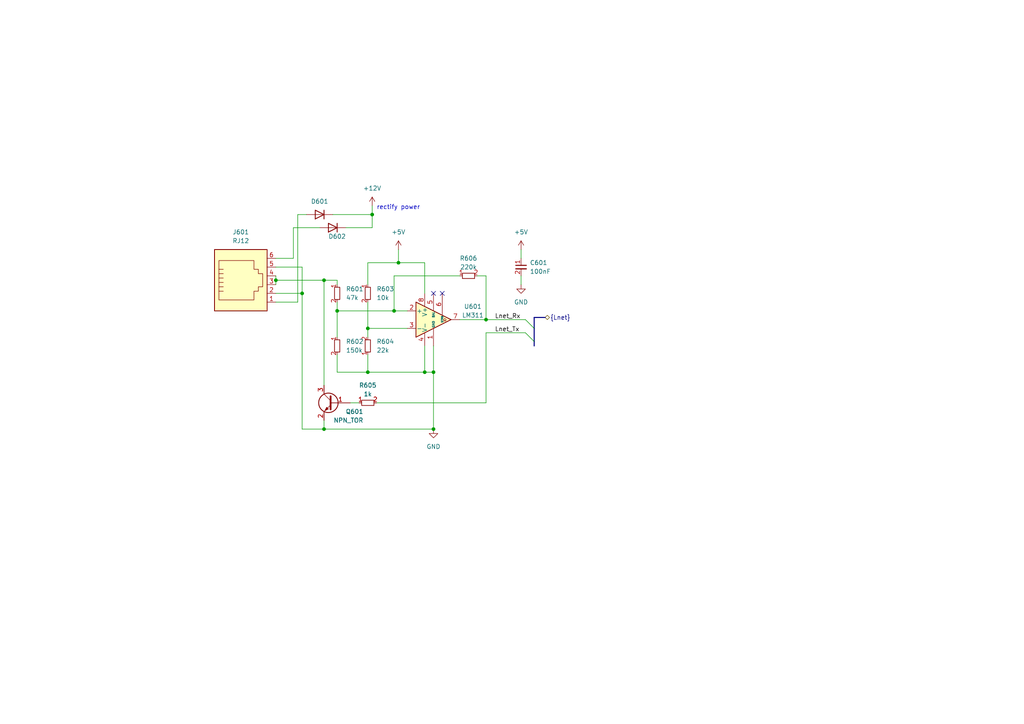
<source format=kicad_sch>
(kicad_sch (version 20231120) (generator "eeschema") (generator_version "8.0")
  (paper "A4")
  (lib_symbols
    (symbol "Comparator:LM311" (pin_names (offset 0.127))
      (property "Reference" "U" (at 3.81 6.35 0))
      (property "Value" "LM311" (at 3.81 3.81 0))
      (symbol "LM311_0_1"
        (polyline (pts (xy 5.08 0) (xy -5.08 5.08) (xy -5.08 -5.08) (xy 5.08 0)) (stroke (width 0.254)) (fill (type background)))
        (polyline (pts (xy 3.683 -0.381) (xy 3.302 -0.381) (xy 3.683 0) (xy 3.302 0.381) (xy 2.921 0) (xy 3.302 -0.381) (xy 2.921 -0.381)) (stroke (width 0.127)))
      )
      (symbol "LM311_1_1"
        (pin passive line (at 0 -7.62 90) (length 5.08) (name "GND") (number "1"))
        (pin input line (at -7.62 2.54 0) (length 2.54) (name "+") (number "2"))
        (pin input line (at -7.62 -2.54 0) (length 2.54) (name "-") (number "3"))
        (pin power_in line (at -2.54 -7.62 90) (length 3.81) (name "V-") (number "4"))
        (pin input line (at 0 7.62 270) (length 5.08) (name "BAL") (number "5"))
        (pin input line (at 2.54 7.62 270) (length 6.35) (name "STRB") (number "6"))
        (pin open_collector line (at 7.62 0 180) (length 2.54) (name "~") (number "7"))
        (pin power_in line (at -2.54 7.62 270) (length 3.81) (name "V+") (number "8"))
      )
    )
    (symbol "Diode:SM4007" (pin_numbers hide) (pin_names hide)
      (property "Reference" "D" (at 0 2.54 0))
      (property "Value" "SM4007" (at 0 -2.54 0))
      (symbol "SM4007_0_1"
        (polyline (pts (xy -1.27 1.27) (xy -1.27 -1.27)) (stroke (width 0.254)))
        (polyline (pts (xy 1.27 0) (xy -1.27 0)))
        (polyline (pts (xy 1.27 1.27) (xy 1.27 -1.27) (xy -1.27 0) (xy 1.27 1.27)) (stroke (width 0.254)))
      )
      (symbol "SM4007_1_1"
        (pin passive line (at -3.81 0 0) (length 2.54) (name "K") (number "1"))
        (pin passive line (at 3.81 0 180) (length 2.54) (name "A") (number "2"))
      )
    )
    (symbol "capacitor_miscellaneous:C_0402_100nF"
      (property "Reference" "U" (at 1.27 2.54 0))
      (property "Value" "100nF" (at 3.81 -2.54 0))
      (property "JLCPCB Part#" "C307331" (at 0 0 0))
      (symbol "C_0402_100nF_0_1"
        (polyline (pts (xy -1.524 -0.508) (xy 1.524 -0.508)) (stroke (width 0.3302)))
        (polyline (pts (xy -1.524 0.508) (xy 1.524 0.508)) (stroke (width 0.3048)))
      )
      (symbol "C_0402_100nF_1_1"
        (pin passive line (at 0 2.54 270) (length 2.032) (name "~") (number "1"))
        (pin passive line (at 0 -2.54 90) (length 2.032) (name "~") (number "2"))
      )
    )
    (symbol "custom_kicad_lib_sk:NPN_TOR" (pin_names (offset 0) hide)
      (property "Reference" "Q" (at 5.08 1.905 0))
      (property "Value" "NPN_TOR" (at 5.08 0 0))
      (symbol "NPN_TOR_0_1"
        (polyline (pts (xy 0.635 0.635) (xy 2.54 2.54)))
        (polyline (pts (xy 0.635 -0.635) (xy 2.54 -2.54) (xy 2.54 -2.54)))
        (polyline (pts (xy 0.635 1.905) (xy 0.635 -1.905) (xy 0.635 -1.905)) (stroke (width 0.508)))
        (polyline (pts (xy 1.27 -1.778) (xy 1.778 -1.27) (xy 2.286 -2.286) (xy 1.27 -1.778) (xy 1.27 -1.778)) (fill (type outline)))
        (circle (center 1.27 0) (radius 2.8194) (stroke (width 0.254)))
      )
      (symbol "NPN_TOR_1_1"
        (pin input line (at -5.08 0 0) (length 5.715) (name "B") (number "1"))
        (pin passive line (at 2.54 -5.08 90) (length 2.54) (name "E") (number "2"))
        (pin passive line (at 2.54 5.08 270) (length 2.54) (name "C") (number "3"))
      )
    )
    (symbol "custom_kicad_lib_sk:RJ12" (pin_names (offset 1.016))
      (property "Reference" "J" (at -5.08 11.43 0))
      (property "Value" "RJ12" (at 2.54 11.43 0))
      (symbol "RJ12_0_1"
        (polyline (pts (xy -6.35 -1.905) (xy -5.08 -1.905) (xy -5.08 -1.905)))
        (polyline (pts (xy -6.35 -0.635) (xy -5.08 -0.635) (xy -5.08 -0.635)))
        (polyline (pts (xy -6.35 0.635) (xy -5.08 0.635) (xy -5.08 0.635)))
        (polyline (pts (xy -6.35 1.905) (xy -5.08 1.905) (xy -5.08 1.905)))
        (polyline (pts (xy -6.35 3.175) (xy -5.08 3.175) (xy -5.08 3.175)))
        (polyline (pts (xy -5.08 4.445) (xy -6.35 4.445) (xy -6.35 4.445)))
        (polyline (pts (xy -6.35 -4.445) (xy -6.35 6.985) (xy 3.81 6.985) (xy 3.81 4.445) (xy 5.08 4.445) (xy 5.08 3.175) (xy 6.35 3.175) (xy 6.35 -0.635) (xy 5.08 -0.635) (xy 5.08 -1.905) (xy 3.81 -1.905) (xy 3.81 -4.445) (xy -6.35 -4.445) (xy -6.35 -4.445)))
        (rectangle (start 7.62 10.16) (end -7.62 -7.62) (stroke (width 0.254)) (fill (type background)))
      )
      (symbol "RJ12_1_1"
        (pin passive line (at 10.16 -5.08 180) (length 2.54) (name "~") (number "1"))
        (pin passive line (at 10.16 -2.54 180) (length 2.54) (name "~") (number "2"))
        (pin passive line (at 10.16 0 180) (length 2.54) (name "~") (number "3"))
        (pin passive line (at 10.16 2.54 180) (length 2.54) (name "~") (number "4"))
        (pin passive line (at 10.16 5.08 180) (length 2.54) (name "~") (number "5"))
        (pin passive line (at 10.16 7.62 180) (length 2.54) (name "~") (number "6"))
      )
    )
    (symbol "power:+12V" (power) (pin_names (offset 0))
      (property "Value" "+12V" (at 0 3.556 0))
      (symbol "+12V_0_1"
        (polyline (pts (xy -0.762 1.27) (xy 0 2.54)))
        (polyline (pts (xy 0 0) (xy 0 2.54)))
        (polyline (pts (xy 0 2.54) (xy 0.762 1.27)))
      )
      (symbol "+12V_1_1"
        (pin power_in line (at 0 0 90) (length 0) hide (name "+12V") (number "1"))
      )
    )
    (symbol "power:+5V" (power) (pin_names (offset 0))
      (property "Value" "+5V" (at 0 3.556 0))
      (symbol "+5V_0_1"
        (polyline (pts (xy -0.762 1.27) (xy 0 2.54)))
        (polyline (pts (xy 0 0) (xy 0 2.54)))
        (polyline (pts (xy 0 2.54) (xy 0.762 1.27)))
      )
      (symbol "+5V_1_1"
        (pin power_in line (at 0 0 90) (length 0) hide (name "+5V") (number "1"))
      )
    )
    (symbol "power:GND" (power) (pin_names (offset 0))
      (property "Value" "GND" (at 0 -3.81 0))
      (symbol "GND_0_1"
        (polyline (pts (xy 0 0) (xy 0 -1.27) (xy 1.27 -1.27) (xy 0 -2.54) (xy -1.27 -1.27) (xy 0 -1.27)))
      )
      (symbol "GND_1_1"
        (pin power_in line (at 0 0 270) (length 0) hide (name "GND") (number "1"))
      )
    )
    (symbol "resistors_0603:R_10k_0603"
      (property "Reference" "R" (at 1.27 2.54 0))
      (property "Value" "10k" (at 2.54 -2.54 0))
      (symbol "R_10k_0603_0_1"
        (rectangle (start -0.762 1.778) (end 0.762 -1.778) (stroke (width 0.2032)))
      )
      (symbol "R_10k_0603_1_1"
        (pin passive line (at 0 2.54 270) (length 0.762) (name "~") (number "1"))
        (pin passive line (at 0 -2.54 90) (length 0.762) (name "~") (number "2"))
      )
    )
    (symbol "resistors_0603:R_150k_0603"
      (property "Reference" "R" (at 1.27 2.54 0))
      (property "Value" "150k" (at 2.54 -2.54 0))
      (symbol "R_150k_0603_0_1"
        (rectangle (start -0.762 1.778) (end 0.762 -1.778) (stroke (width 0.2032)))
      )
      (symbol "R_150k_0603_1_1"
        (pin passive line (at 0 2.54 270) (length 0.762) (name "~") (number "1"))
        (pin passive line (at 0 -2.54 90) (length 0.762) (name "~") (number "2"))
      )
    )
    (symbol "resistors_0603:R_1k_0603"
      (property "Reference" "R" (at 1.27 2.54 0))
      (property "Value" "1k" (at 2.54 -2.54 0))
      (symbol "R_1k_0603_0_1"
        (rectangle (start -0.762 1.778) (end 0.762 -1.778) (stroke (width 0.2032)))
      )
      (symbol "R_1k_0603_1_1"
        (pin passive line (at 0 2.54 270) (length 0.762) (name "~") (number "1"))
        (pin passive line (at 0 -2.54 90) (length 0.762) (name "~") (number "2"))
      )
    )
    (symbol "resistors_0603:R_220k_0603"
      (property "Reference" "R" (at 1.27 2.54 0))
      (property "Value" "220k" (at 2.54 -2.54 0))
      (symbol "R_220k_0603_0_1"
        (rectangle (start -0.762 1.778) (end 0.762 -1.778) (stroke (width 0.2032)))
      )
      (symbol "R_220k_0603_1_1"
        (pin passive line (at 0 2.54 270) (length 0.762) (name "~") (number "1"))
        (pin passive line (at 0 -2.54 90) (length 0.762) (name "~") (number "2"))
      )
    )
    (symbol "resistors_0603:R_22k_0603"
      (property "Reference" "R" (at 1.27 2.54 0))
      (property "Value" "22k" (at 2.54 -2.54 0))
      (symbol "R_22k_0603_0_1"
        (rectangle (start -0.762 1.778) (end 0.762 -1.778) (stroke (width 0.2032)))
      )
      (symbol "R_22k_0603_1_1"
        (pin passive line (at 0 2.54 270) (length 0.762) (name "~") (number "1"))
        (pin passive line (at 0 -2.54 90) (length 0.762) (name "~") (number "2"))
      )
    )
    (symbol "resistors_0603:R_47k_0603"
      (property "Reference" "R" (at 1.27 2.54 0))
      (property "Value" "47k" (at 2.54 -2.54 0))
      (symbol "R_47k_0603_0_1"
        (rectangle (start -0.762 1.778) (end 0.762 -1.778) (stroke (width 0.2032)))
      )
      (symbol "R_47k_0603_1_1"
        (pin passive line (at 0 2.54 270) (length 0.762) (name "~") (number "1"))
        (pin passive line (at 0 -2.54 90) (length 0.762) (name "~") (number "2"))
      )
    )
  )
  (junction (at 87.63 85.09))
  (junction (at 123.19 107.95))
  (junction (at 115.57 76.2))
  (junction (at 93.98 81.28))
  (junction (at 114.3 90.17))
  (junction (at 140.97 92.71))
  (junction (at 107.95 62.23))
  (junction (at 106.68 107.95))
  (junction (at 125.73 124.46))
  (junction (at 106.68 95.25))
  (junction (at 125.73 107.95))
  (junction (at 80.01 81.28))
  (junction (at 97.79 90.17))
  (junction (at 93.98 124.46))
  (no_connect (at 128.27 85.09))
  (no_connect (at 125.73 85.09))
  (bus_entry (at 152.4 96.52) (size 2.54 2.54))
  (bus_entry (at 152.4 92.71) (size 2.54 2.54))
  (wire (pts (xy 125.73 107.95) (xy 125.73 124.46)))
  (bus (pts (xy 154.94 95.25) (xy 154.94 99.06)))
  (wire (pts (xy 97.79 107.95) (xy 106.68 107.95)))
  (wire (pts (xy 97.79 90.17) (xy 114.3 90.17)))
  (wire (pts (xy 87.63 85.09) (xy 87.63 77.47)))
  (wire (pts (xy 106.68 95.25) (xy 106.68 97.79)))
  (wire (pts (xy 106.68 107.95) (xy 123.19 107.95)))
  (wire (pts (xy 140.97 80.01) (xy 138.43 80.01)))
  (wire (pts (xy 106.68 76.2) (xy 106.68 82.55)))
  (wire (pts (xy 109.22 116.84) (xy 140.97 116.84)))
  (wire (pts (xy 123.19 85.09) (xy 123.19 76.2)))
  (wire (pts (xy 118.11 90.17) (xy 114.3 90.17)))
  (wire (pts (xy 93.98 81.28) (xy 97.79 81.28)))
  (wire (pts (xy 123.19 107.95) (xy 123.19 100.33)))
  (wire (pts (xy 93.98 124.46) (xy 125.73 124.46)))
  (wire (pts (xy 97.79 87.63) (xy 97.79 90.17)))
  (wire (pts (xy 114.3 90.17) (xy 114.3 80.01)))
  (wire (pts (xy 80.01 81.28) (xy 80.01 82.55)))
  (wire (pts (xy 114.3 80.01) (xy 133.35 80.01)))
  (wire (pts (xy 115.57 72.39) (xy 115.57 76.2)))
  (wire (pts (xy 87.63 85.09) (xy 87.63 124.46)))
  (wire (pts (xy 85.09 66.04) (xy 92.71 66.04)))
  (wire (pts (xy 140.97 96.52) (xy 140.97 116.84)))
  (wire (pts (xy 80.01 87.63) (xy 86.36 87.63)))
  (wire (pts (xy 96.52 62.23) (xy 107.95 62.23)))
  (wire (pts (xy 97.79 81.28) (xy 97.79 82.55)))
  (wire (pts (xy 86.36 62.23) (xy 88.9 62.23)))
  (wire (pts (xy 107.95 62.23) (xy 107.95 66.04)))
  (wire (pts (xy 151.13 72.39) (xy 151.13 74.93)))
  (wire (pts (xy 85.09 66.04) (xy 85.09 74.93)))
  (wire (pts (xy 133.35 92.71) (xy 140.97 92.71)))
  (wire (pts (xy 106.68 76.2) (xy 115.57 76.2)))
  (wire (pts (xy 80.01 85.09) (xy 87.63 85.09)))
  (wire (pts (xy 140.97 92.71) (xy 152.4 92.71)))
  (wire (pts (xy 106.68 87.63) (xy 106.68 95.25)))
  (wire (pts (xy 107.95 66.04) (xy 100.33 66.04)))
  (wire (pts (xy 87.63 124.46) (xy 93.98 124.46)))
  (wire (pts (xy 107.95 59.69) (xy 107.95 62.23)))
  (wire (pts (xy 123.19 107.95) (xy 125.73 107.95)))
  (wire (pts (xy 123.19 76.2) (xy 115.57 76.2)))
  (wire (pts (xy 80.01 80.01) (xy 80.01 81.28)))
  (wire (pts (xy 80.01 74.93) (xy 85.09 74.93)))
  (bus (pts (xy 158.115 92.075) (xy 154.94 92.075)))
  (wire (pts (xy 106.68 107.95) (xy 106.68 102.87)))
  (wire (pts (xy 125.73 107.95) (xy 125.73 100.33)))
  (wire (pts (xy 140.97 80.01) (xy 140.97 92.71)))
  (wire (pts (xy 93.98 81.28) (xy 93.98 111.76)))
  (wire (pts (xy 80.01 81.28) (xy 93.98 81.28)))
  (wire (pts (xy 140.97 96.52) (xy 152.4 96.52)))
  (wire (pts (xy 86.36 62.23) (xy 86.36 87.63)))
  (bus (pts (xy 154.94 92.075) (xy 154.94 95.25)))
  (wire (pts (xy 106.68 95.25) (xy 118.11 95.25)))
  (wire (pts (xy 151.13 80.01) (xy 151.13 82.55)))
  (wire (pts (xy 97.79 90.17) (xy 97.79 97.79)))
  (wire (pts (xy 97.79 102.87) (xy 97.79 107.95)))
  (bus (pts (xy 154.94 99.06) (xy 154.94 100.33)))
  (wire (pts (xy 93.98 121.92) (xy 93.98 124.46)))
  (wire (pts (xy 101.6 116.84) (xy 104.14 116.84)))
  (wire (pts (xy 87.63 77.47) (xy 80.01 77.47)))
  (text "rectify power" (at 109.22 60.96 0) (effects (font (size 1.27 1.27)) (justify left bottom)))
  (label "Lnet_Tx" (at 143.51 96.52 0))
  (label "Lnet_Rx" (at 143.51 92.71 0))
  (hierarchical_label "{Lnet}" (shape bidirectional) (at 158.115 92.075 0))
  (symbol (lib_id "resistors_0603:R_22k_0603") (at 106.68 100.33 180) (unit 1)
    (property "Reference" "R604" (at 109.22 99.06 0) (effects (justify right)))
    (property "Value" "22k" (at 109.22 101.6 0) (effects (justify right)))
    (property "Footprint" "custom_kicad_lib_sk:R_0603_smalltext" (effects (hide yes)))
    (property "JLCPCB Part#" "C31850" (effects (hide yes)))
  )
  (symbol (lib_id "power:+5V") (at 115.57 72.39 0) (unit 1)
    (property "Reference" "#PWR0602" (effects (hide yes)))
    (property "Value" "+5V" (at 115.57 67.31 0))
  )
  (symbol (lib_id "resistors_0603:R_10k_0603") (at 106.68 85.09 0) (unit 1)
    (property "Reference" "R603" (at 109.22 83.82 0) (effects (justify left)))
    (property "Value" "10k" (at 109.22 86.36 0) (effects (justify left)))
    (property "Footprint" "custom_kicad_lib_sk:R_0603_smalltext" (effects (hide yes)))
    (property "JLCPCB Part#" "C25804" (effects (hide yes)))
  )
  (symbol (lib_id "Diode:SM4007") (at 92.71 62.23 180) (unit 1)
    (property "Reference" "D601" (at 92.71 58.42 0))
    (property "Value" "SM4007" (effects (hide yes)))
    (property "Footprint" "Diode_SMD:D_SOD-123F" (effects (hide yes)))
    (property "Datasheet" "http://cdn-reichelt.de/documents/datenblatt/A400/SMD1N400%23DIO.pdf" (effects (hide yes)))
    (property "Sim.Device" "D" (effects (hide yes)))
    (property "Sim.Pins" "1=K 2=A" (effects (hide yes)))
    (property "JLCPCB Part#" "C64898" (effects (hide yes)))
  )
  (symbol (lib_id "custom_kicad_lib_sk:RJ12") (at 69.85 82.55 0) (unit 1)
    (property "Reference" "J601" (at 69.85 67.31 0))
    (property "Value" "RJ12" (at 69.85 69.85 0))
    (property "Footprint" "custom_kicad_lib_sk:RJ12" (effects (hide yes)))
  )
  (symbol (lib_id "Comparator:LM311") (at 125.73 92.71 0) (unit 1)
    (property "Reference" "U601" (at 137.16 88.9 0))
    (property "Value" "LM311" (at 137.16 91.44 0))
    (property "Footprint" "Package_SO:SOP-8_3.9x4.9mm_P1.27mm" (effects (hide yes)))
    (property "Datasheet" "https://www.st.com/resource/en/datasheet/lm311.pdf" (effects (hide yes)))
    (property "JLCPCB Part#" "C434495" (effects (hide yes)))
  )
  (symbol (lib_id "power:GND") (at 151.13 82.55 0) (unit 1)
    (property "Reference" "#PWR0605" (effects (hide yes)))
    (property "Value" "GND" (at 151.13 87.63 0))
  )
  (symbol (lib_id "power:GND") (at 125.73 124.46 0) (unit 1)
    (property "Reference" "#PWR0604" (effects (hide yes)))
    (property "Value" "GND" (at 125.73 129.54 0))
  )
  (symbol (lib_id "resistors_0603:R_1k_0603") (at 106.68 116.84 90) (unit 1)
    (property "Reference" "R605" (at 106.68 111.76 90))
    (property "Value" "1k" (at 106.68 114.3 90))
    (property "Footprint" "custom_kicad_lib_sk:R_0603_smalltext" (effects (hide yes)))
    (property "JLCPCB Part#" "C21190" (effects (hide yes)))
  )
  (symbol (lib_id "custom_kicad_lib_sk:NPN_TOR") (at 96.52 116.84 0) (mirror y) (unit 1)
    (property "Reference" "Q601" (at 105.41 119.38 0) (effects (justify left)))
    (property "Value" "NPN_TOR" (at 105.41 121.92 0) (effects (justify left)))
    (property "Footprint" "Package_TO_SOT_SMD:SOT-23" (effects (hide yes)))
    (property "JLCPCB Part#" "C2145" (effects (hide yes)))
  )
  (symbol (lib_id "resistors_0603:R_150k_0603") (at 97.79 100.33 0) (unit 1)
    (property "Reference" "R602" (at 100.33 99.06 0) (effects (justify left)))
    (property "Value" "150k" (at 100.33 101.6 0) (effects (justify left)))
    (property "Footprint" "custom_kicad_lib_sk:R_0603_smalltext" (effects (hide yes)))
    (property "JLCPCB Part#" "C22807" (effects (hide yes)))
  )
  (symbol (lib_id "resistors_0603:R_220k_0603") (at 135.89 80.01 90) (unit 1)
    (property "Reference" "R606" (at 135.89 74.93 90))
    (property "Value" "220k" (at 135.89 77.47 90))
    (property "Footprint" "custom_kicad_lib_sk:R_0603_smalltext" (effects (hide yes)))
    (property "JLCPCB Part#" "C22961" (effects (hide yes)))
  )
  (symbol (lib_id "Diode:SM4007") (at 96.52 66.04 180) (unit 1)
    (property "Reference" "D602" (at 97.79 68.58 0))
    (property "Value" "SM4007" (effects (hide yes)))
    (property "Footprint" "Diode_SMD:D_SOD-123F" (effects (hide yes)))
    (property "Datasheet" "http://cdn-reichelt.de/documents/datenblatt/A400/SMD1N400%23DIO.pdf" (effects (hide yes)))
    (property "Sim.Device" "D" (effects (hide yes)))
    (property "Sim.Pins" "1=K 2=A" (effects (hide yes)))
    (property "JLCPCB Part#" "C64898" (effects (hide yes)))
  )
  (symbol (lib_id "power:+5V") (at 151.13 72.39 0) (unit 1)
    (property "Reference" "#PWR0603" (effects (hide yes)))
    (property "Value" "+5V" (at 151.13 67.31 0))
  )
  (symbol (lib_id "resistors_0603:R_47k_0603") (at 97.79 85.09 0) (unit 1)
    (property "Reference" "R601" (at 100.33 83.82 0) (effects (justify left)))
    (property "Value" "47k" (at 100.33 86.36 0) (effects (justify left)))
    (property "Footprint" "custom_kicad_lib_sk:R_0603_smalltext" (effects (hide yes)))
    (property "JLCPCB Part#" "C25819" (effects (hide yes)))
  )
  (symbol (lib_id "power:+12V") (at 107.95 59.69 0) (unit 1)
    (property "Reference" "#PWR0601" (effects (hide yes)))
    (property "Value" "+12V" (at 107.95 54.61 0))
  )
  (symbol (lib_id "capacitor_miscellaneous:C_0402_100nF") (at 151.13 77.47 0) (unit 1)
    (property "Reference" "C601" (at 153.67 76.2063 0) (effects (justify left)))
    (property "Value" "100nF" (at 153.67 78.7463 0) (effects (justify left)))
    (property "Footprint" "Capacitor_SMD:C_0402_1005Metric" (effects (hide yes)))
    (property "JLCPCB Part#" "C307331" (effects (hide yes)))
  )
)
</source>
